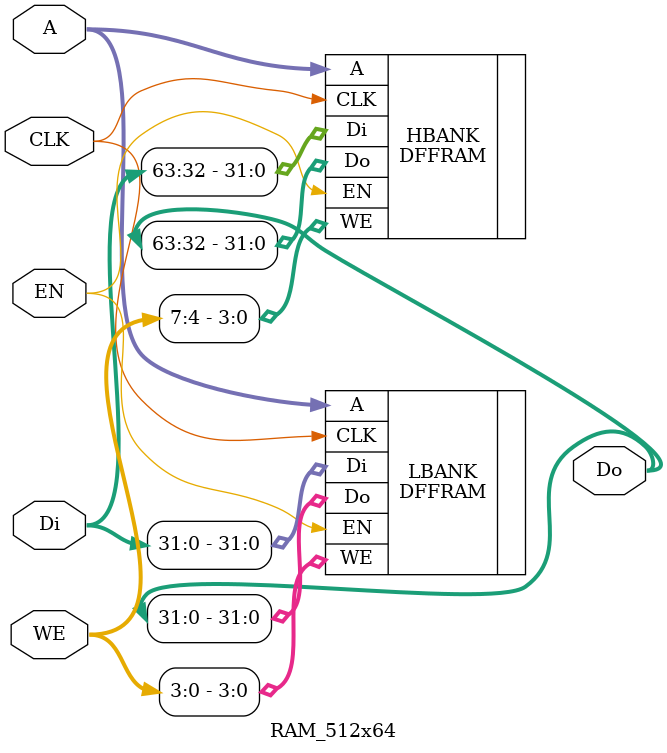
<source format=v>
module RAM_512x64 (
    input           CLK,
    input   [7:0]   WE,
    input           EN,
    input   [63:0]  Di,
    output  [63:0]  Do,
    input   [8:0]   A
);
   
    DFFRAM #(.COLS(2)) LBANK (
                .CLK(CLK),
                .WE(WE[3:0]),
                .EN(EN),
                .Di(Di[31:0]),
                .Do(Do[31:0]),
                .A(A[8:0])
            );

    DFFRAM #(.COLS(2)) HBANK (
                .CLK(CLK),
                .WE(WE[7:4]),
                .EN(EN),
                .Di(Di[63:32]),
                .Do(Do[63:32]),
                .A(A[8:0])
            );

endmodule        

</source>
